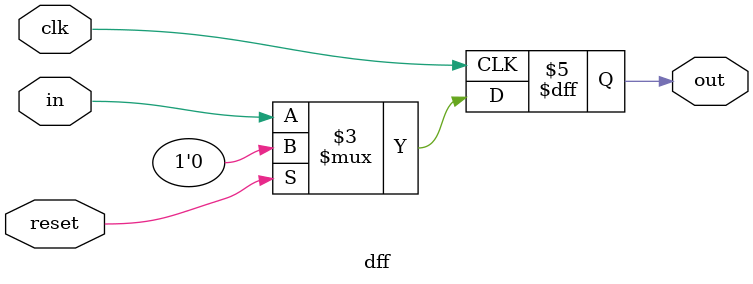
<source format=v>


module dff(
	input wire clk,
	input wire reset,
	input wire in,
	output reg out
);
	always@(posedge clk)begin
		if(reset)begin
			out=0;
		end
		else begin
			out=in;
		end
	
	end


endmodule
            
</source>
